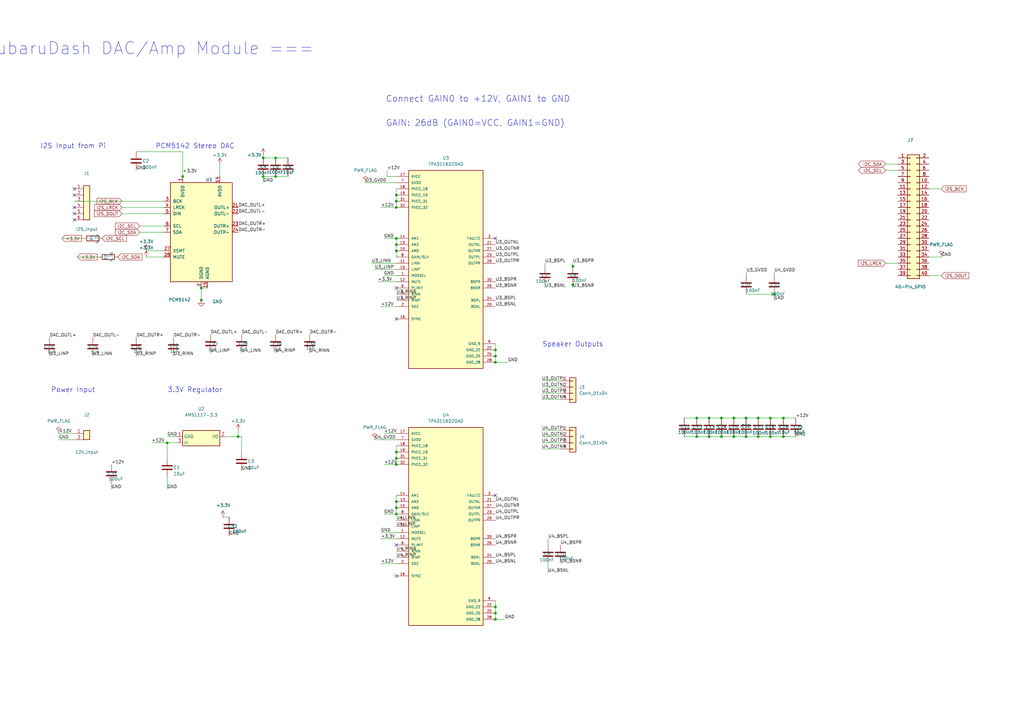
<source format=kicad_sch>
(kicad_sch (version 20250114) (generator "eeschema") (generator_version "9.0")
  (paper "A3")
  (title_block (title "SubaruDash DAC/Amp Module") (date "2026-02-02") (rev "1.0") (comment 1 "4×50W Class D Audio System") (comment 2 "PCM5142 DAC + 2× TPA3116D2 Amp"))
  (lib_symbols
    (symbol "Connector_Generic:Conn_01x02" (pin_names (offset 1.016) (hide yes))
      (property "Reference" "J" (at 0 2.54 0))
      (property "Value" "Conn_01x02" (at 0 -5.08 0))
      (symbol "Conn_01x02_1_1"
        (rectangle (start -1.27 1.27) (end 1.27 -2.54) (stroke (width 0.254)) (fill (type background)))
        (pin passive line (at -5.08 0 0) (length 3.81) (name "Pin_1") (number "1"))
        (pin passive line (at -5.08 -2.54 0) (length 3.81) (name "Pin_2") (number "2"))
      )
    )
    (symbol "Connector_Generic:Conn_01x04" (pin_names (offset 1.016) (hide yes))
      (property "Reference" "J" (at 0 5.08 0))
      (property "Value" "Conn_01x04" (at 0 -7.62 0))
      (symbol "Conn_01x04_1_1"
        (rectangle (start -1.27 3.81) (end 1.27 -6.35) (stroke (width 0.254)) (fill (type background)))
        (rectangle (start -1.27 2.667) (end 0 2.413) (stroke (width 0.1524)))
        (rectangle (start -1.27 0.127) (end 0 -0.127) (stroke (width 0.1524)))
        (rectangle (start -1.27 -2.413) (end 0 -2.667) (stroke (width 0.1524)))
        (rectangle (start -1.27 -4.953) (end 0 -5.207) (stroke (width 0.1524)))
        (pin passive line (at -5.08 2.54 0) (length 3.81) (name "Pin_1") (number "1"))
        (pin passive line (at -5.08 0 0) (length 3.81) (name "Pin_2") (number "2"))
        (pin passive line (at -5.08 -2.54 0) (length 3.81) (name "Pin_3") (number "3"))
        (pin passive line (at -5.08 -5.08 0) (length 3.81) (name "Pin_4") (number "4"))
      )
    )
    (symbol "Connector_Generic:Conn_01x06" (pin_names (offset 1.016) (hide yes))
      (property "Reference" "J" (at 0 7.62 0))
      (property "Value" "Conn_01x06" (at 0 -10.16 0))
      (symbol "Conn_01x06_1_1"
        (rectangle (start -1.27 6.35) (end 1.27 -7.62) (stroke (width 0.254)) (fill (type background)))
        (pin passive line (at -5.08 5.08 0) (length 3.81) (name "Pin_1") (number "1"))
        (pin passive line (at -5.08 2.54 0) (length 3.81) (name "Pin_2") (number "2"))
        (pin passive line (at -5.08 0 0) (length 3.81) (name "Pin_3") (number "3"))
        (pin passive line (at -5.08 -2.54 0) (length 3.81) (name "Pin_4") (number "4"))
        (pin passive line (at -5.08 -5.08 0) (length 3.81) (name "Pin_5") (number "5"))
        (pin passive line (at -5.08 -7.62 0) (length 3.81) (name "Pin_6") (number "6"))
      )
    )
    (symbol "Connector_Generic:Conn_02x20_Odd_Even" (pin_names (offset 1.016) (hide yes))
      (property "Reference" "J" (at 1.27 25.4 0))
      (property "Value" "Conn_02x20_Odd_Even" (at 1.27 -27.94 0))
      (symbol "Conn_02x20_Odd_Even_1_1"
        (rectangle (start -1.27 24.13) (end 3.81 -26.67) (stroke (width 0.254)) (fill (type background)))
        (rectangle (start -1.27 22.987) (end 0 22.733) (stroke (width 0.1524)))
        (rectangle (start -1.27 20.447) (end 0 20.193) (stroke (width 0.1524)))
        (rectangle (start -1.27 17.907) (end 0 17.653) (stroke (width 0.1524)))
        (rectangle (start -1.27 15.367) (end 0 15.113) (stroke (width 0.1524)))
        (rectangle (start -1.27 12.827) (end 0 12.573) (stroke (width 0.1524)))
        (rectangle (start -1.27 10.287) (end 0 10.033) (stroke (width 0.1524)))
        (rectangle (start -1.27 7.747) (end 0 7.493) (stroke (width 0.1524)))
        (rectangle (start -1.27 5.207) (end 0 4.953) (stroke (width 0.1524)))
        (rectangle (start -1.27 2.667) (end 0 2.413) (stroke (width 0.1524)))
        (rectangle (start -1.27 0.127) (end 0 -0.127) (stroke (width 0.1524)))
        (rectangle (start -1.27 -2.413) (end 0 -2.667) (stroke (width 0.1524)))
        (rectangle (start -1.27 -4.953) (end 0 -5.207) (stroke (width 0.1524)))
        (rectangle (start -1.27 -7.493) (end 0 -7.747) (stroke (width 0.1524)))
        (rectangle (start -1.27 -10.033) (end 0 -10.287) (stroke (width 0.1524)))
        (rectangle (start -1.27 -12.573) (end 0 -12.827) (stroke (width 0.1524)))
        (rectangle (start -1.27 -15.113) (end 0 -15.367) (stroke (width 0.1524)))
        (rectangle (start -1.27 -17.653) (end 0 -17.907) (stroke (width 0.1524)))
        (rectangle (start -1.27 -20.193) (end 0 -20.447) (stroke (width 0.1524)))
        (rectangle (start -1.27 -22.733) (end 0 -22.987) (stroke (width 0.1524)))
        (rectangle (start -1.27 -25.273) (end 0 -25.527) (stroke (width 0.1524)))
        (rectangle (start 3.81 22.987) (end 2.54 22.733) (stroke (width 0.1524)))
        (rectangle (start 3.81 20.447) (end 2.54 20.193) (stroke (width 0.1524)))
        (rectangle (start 3.81 17.907) (end 2.54 17.653) (stroke (width 0.1524)))
        (rectangle (start 3.81 15.367) (end 2.54 15.113) (stroke (width 0.1524)))
        (rectangle (start 3.81 12.827) (end 2.54 12.573) (stroke (width 0.1524)))
        (rectangle (start 3.81 10.287) (end 2.54 10.033) (stroke (width 0.1524)))
        (rectangle (start 3.81 7.747) (end 2.54 7.493) (stroke (width 0.1524)))
        (rectangle (start 3.81 5.207) (end 2.54 4.953) (stroke (width 0.1524)))
        (rectangle (start 3.81 2.667) (end 2.54 2.413) (stroke (width 0.1524)))
        (rectangle (start 3.81 0.127) (end 2.54 -0.127) (stroke (width 0.1524)))
        (rectangle (start 3.81 -2.413) (end 2.54 -2.667) (stroke (width 0.1524)))
        (rectangle (start 3.81 -4.953) (end 2.54 -5.207) (stroke (width 0.1524)))
        (rectangle (start 3.81 -7.493) (end 2.54 -7.747) (stroke (width 0.1524)))
        (rectangle (start 3.81 -10.033) (end 2.54 -10.287) (stroke (width 0.1524)))
        (rectangle (start 3.81 -12.573) (end 2.54 -12.827) (stroke (width 0.1524)))
        (rectangle (start 3.81 -15.113) (end 2.54 -15.367) (stroke (width 0.1524)))
        (rectangle (start 3.81 -17.653) (end 2.54 -17.907) (stroke (width 0.1524)))
        (rectangle (start 3.81 -20.193) (end 2.54 -20.447) (stroke (width 0.1524)))
        (rectangle (start 3.81 -22.733) (end 2.54 -22.987) (stroke (width 0.1524)))
        (rectangle (start 3.81 -25.273) (end 2.54 -25.527) (stroke (width 0.1524)))
        (pin passive line (at -5.08 22.86 0) (length 3.81) (name "Pin_1") (number "1"))
        (pin passive line (at -5.08 20.32 0) (length 3.81) (name "Pin_3") (number "3"))
        (pin passive line (at -5.08 17.78 0) (length 3.81) (name "Pin_5") (number "5"))
        (pin passive line (at -5.08 15.24 0) (length 3.81) (name "Pin_7") (number "7"))
        (pin passive line (at -5.08 12.7 0) (length 3.81) (name "Pin_9") (number "9"))
        (pin passive line (at -5.08 10.16 0) (length 3.81) (name "Pin_11") (number "11"))
        (pin passive line (at -5.08 7.62 0) (length 3.81) (name "Pin_13") (number "13"))
        (pin passive line (at -5.08 5.08 0) (length 3.81) (name "Pin_15") (number "15"))
        (pin passive line (at -5.08 2.54 0) (length 3.81) (name "Pin_17") (number "17"))
        (pin passive line (at -5.08 0 0) (length 3.81) (name "Pin_19") (number "19"))
        (pin passive line (at -5.08 -2.54 0) (length 3.81) (name "Pin_21") (number "21"))
        (pin passive line (at -5.08 -5.08 0) (length 3.81) (name "Pin_23") (number "23"))
        (pin passive line (at -5.08 -7.62 0) (length 3.81) (name "Pin_25") (number "25"))
        (pin passive line (at -5.08 -10.16 0) (length 3.81) (name "Pin_27") (number "27"))
        (pin passive line (at -5.08 -12.7 0) (length 3.81) (name "Pin_29") (number "29"))
        (pin passive line (at -5.08 -15.24 0) (length 3.81) (name "Pin_31") (number "31"))
        (pin passive line (at -5.08 -17.78 0) (length 3.81) (name "Pin_33") (number "33"))
        (pin passive line (at -5.08 -20.32 0) (length 3.81) (name "Pin_35") (number "35"))
        (pin passive line (at -5.08 -22.86 0) (length 3.81) (name "Pin_37") (number "37"))
        (pin passive line (at -5.08 -25.4 0) (length 3.81) (name "Pin_39") (number "39"))
        (pin passive line (at 7.62 22.86 180) (length 3.81) (name "Pin_2") (number "2"))
        (pin passive line (at 7.62 20.32 180) (length 3.81) (name "Pin_4") (number "4"))
        (pin passive line (at 7.62 17.78 180) (length 3.81) (name "Pin_6") (number "6"))
        (pin passive line (at 7.62 15.24 180) (length 3.81) (name "Pin_8") (number "8"))
        (pin passive line (at 7.62 12.7 180) (length 3.81) (name "Pin_10") (number "10"))
        (pin passive line (at 7.62 10.16 180) (length 3.81) (name "Pin_12") (number "12"))
        (pin passive line (at 7.62 7.62 180) (length 3.81) (name "Pin_14") (number "14"))
        (pin passive line (at 7.62 5.08 180) (length 3.81) (name "Pin_16") (number "16"))
        (pin passive line (at 7.62 2.54 180) (length 3.81) (name "Pin_18") (number "18"))
        (pin passive line (at 7.62 0 180) (length 3.81) (name "Pin_20") (number "20"))
        (pin passive line (at 7.62 -2.54 180) (length 3.81) (name "Pin_22") (number "22"))
        (pin passive line (at 7.62 -5.08 180) (length 3.81) (name "Pin_24") (number "24"))
        (pin passive line (at 7.62 -7.62 180) (length 3.81) (name "Pin_26") (number "26"))
        (pin passive line (at 7.62 -10.16 180) (length 3.81) (name "Pin_28") (number "28"))
        (pin passive line (at 7.62 -12.7 180) (length 3.81) (name "Pin_30") (number "30"))
        (pin passive line (at 7.62 -15.24 180) (length 3.81) (name "Pin_32") (number "32"))
        (pin passive line (at 7.62 -17.78 180) (length 3.81) (name "Pin_34") (number "34"))
        (pin passive line (at 7.62 -20.32 180) (length 3.81) (name "Pin_36") (number "36"))
        (pin passive line (at 7.62 -22.86 180) (length 3.81) (name "Pin_38") (number "38"))
        (pin passive line (at 7.62 -25.4 180) (length 3.81) (name "Pin_40") (number "40"))
      )
    )
    (symbol "Device:C" (pin_numbers (hide yes)) (pin_names (offset 0.254) (hide yes))
      (property "Reference" "C" (at 0.635 2.54 0))
      (property "Value" "C" (at 0.635 -2.54 0))
      (symbol "C_0_1"
        (polyline (pts (xy -2.032 0.762) (xy 2.032 0.762)) (stroke (width 0.508)))
        (polyline (pts (xy -2.032 -0.762) (xy 2.032 -0.762)) (stroke (width 0.508)))
      )
      (symbol "C_1_1"
        (pin passive line (at 0 3.81 270) (length 2.794) (name "~") (number "1"))
        (pin passive line (at 0 -3.81 90) (length 2.794) (name "~") (number "2"))
      )
    )
    (symbol "Device:L" (pin_numbers (hide yes)) (pin_names (offset 1.016) (hide yes))
      (property "Reference" "L" (at -1.016 0 90))
      (property "Value" "L" (at 1.524 0 90))
      (symbol "L_0_1"
        (arc (start 0 2.54) (mid 0.6323 1.905) (end 0 1.27))
        (arc (start 0 1.27) (mid 0.6323 0.635) (end 0 0))
        (arc (start 0 0) (mid 0.6323 -0.635) (end 0 -1.27))
        (arc (start 0 -1.27) (mid 0.6323 -1.905) (end 0 -2.54))
      )
      (symbol "L_1_1"
        (pin passive line (at 0 3.81 270) (length 1.27) (name "1") (number "1"))
        (pin passive line (at 0 -3.81 90) (length 1.27) (name "2") (number "2"))
      )
    )
    (symbol "Device:R" (pin_numbers (hide yes)) (pin_names (offset 0) (hide yes))
      (property "Reference" "R" (at 2.032 0 90))
      (property "Value" "R" (at 0 0 90))
      (symbol "R_0_1"
        (rectangle (start -1.016 -2.54) (end 1.016 2.54) (stroke (width 0.254)))
      )
      (symbol "R_1_1"
        (pin passive line (at 0 3.81 270) (length 1.27) (name "~") (number "1"))
        (pin passive line (at 0 -3.81 90) (length 1.27) (name "~") (number "2"))
      )
    )
    (symbol "Regulator_Linear:AMS1117-3.3"
      (property "Reference" "U" (at 0 5.08 0))
      (property "Value" "AMS1117-3.3" (at 0 2.54 0))
      (symbol "AMS1117-3.3_0_1"
        (rectangle (start -7.62 -5.08) (end 7.62 1.27) (stroke (width 0.254)) (fill (type background)))
      )
      (symbol "AMS1117-3.3_1_1"
        (pin power_in line (at -10.16 -1.27 0) (length 2.54) (name "GND") (number "1"))
        (pin power_in line (at -10.16 -3.81 0) (length 2.54) (name "VI") (number "3"))
        (pin power_out line (at 10.16 -1.27 180) (length 2.54) (name "VO") (number "2"))
      )
    )
    (symbol "TPA3116D2DAD:TPA3116D2DAD" (pin_names (offset 1.016))
      (property "Reference" "U" (at -15.24 41.64 0))
      (property "Value" "TPA3116D2DAD" (at -15.24 -44.64 0))
      (symbol "TPA3116D2DAD_0_0"
        (rectangle (start -15.24 -40.64) (end 15.24 40.64) (stroke (width 0.254)) (fill (type background)))
        (pin power_in line (at -20.32 38.1 0) (length 5.08) (name "AVCC") (number "17"))
        (pin power_in line (at -20.32 35.56 0) (length 5.08) (name "GVDD") (number "7"))
        (pin power_in line (at -20.32 33.02 0) (length 5.08) (name "PVCC_18") (number "18"))
        (pin power_in line (at -20.32 30.48 0) (length 5.08) (name "PVCC_19") (number "19"))
        (pin power_in line (at -20.32 27.94 0) (length 5.08) (name "PVCC_31") (number "31"))
        (pin power_in line (at -20.32 25.4 0) (length 5.08) (name "PVCC_32") (number "32"))
        (pin input line (at -20.32 12.7 0) (length 5.08) (name "AM1") (number "14"))
        (pin input line (at -20.32 10.16 0) (length 5.08) (name "AM2") (number "13"))
        (pin input line (at -20.32 7.62 0) (length 5.08) (name "AM0") (number "15"))
        (pin input line (at -20.32 5.08 0) (length 5.08) (name "GAIN/SLV") (number "8"))
        (pin input line (at -20.32 2.54 0) (length 5.08) (name "LINN") (number "11"))
        (pin input line (at -20.32 0 0) (length 5.08) (name "LINP") (number "10"))
        (pin input line (at -20.32 -2.54 0) (length 5.08) (name "MODSEL") (number "1"))
        (pin input line (at -20.32 -5.08 0) (length 5.08) (name "MUTE") (number "12"))
        (pin input line (at -20.32 -7.62 0) (length 5.08) (name "PLIMIT") (number "6"))
        (pin input line (at -20.32 -10.16 0) (length 5.08) (name "RINN") (number "5"))
        (pin input line (at -20.32 -12.7 0) (length 5.08) (name "RINP") (number "4"))
        (pin input line (at -20.32 -15.24 0) (length 5.08) (name "SDZ") (number "2"))
        (pin bidirectional line (at -20.32 -20.32 0) (length 5.08) (name "SYNC") (number "16"))
        (pin output line (at 20.32 12.7 180) (length 5.08) (name "FAULTZ") (number "3"))
        (pin output line (at 20.32 10.16 180) (length 5.08) (name "OUTNL") (number "21"))
        (pin output line (at 20.32 7.62 180) (length 5.08) (name "OUTNR") (number "27"))
        (pin output line (at 20.32 5.08 180) (length 5.08) (name "OUTPL") (number "23"))
        (pin output line (at 20.32 2.54 180) (length 5.08) (name "OUTPR") (number "29"))
        (pin passive line (at 20.32 -5.08 180) (length 5.08) (name "BSPR") (number "30"))
        (pin passive line (at 20.32 -7.62 180) (length 5.08) (name "BSNR") (number "26"))
        (pin passive line (at 20.32 -12.7 180) (length 5.08) (name "BSPL") (number "24"))
        (pin passive line (at 20.32 -15.24 180) (length 5.08) (name "BSNL") (number "20"))
        (pin power_in line (at 20.32 -30.48 180) (length 5.08) (name "GND_9") (number "9"))
        (pin power_in line (at 20.32 -33.02 180) (length 5.08) (name "GND_22") (number "22"))
        (pin power_in line (at 20.32 -35.56 180) (length 5.08) (name "GND_25") (number "25"))
        (pin power_in line (at 20.32 -38.1 180) (length 5.08) (name "GND_28") (number "28"))
      )
    )
    (symbol "custom:PCM5142" (pin_names (offset 1.016))
      (property "Reference" "U" (at 0 21.59 0))
      (property "Value" "PCM5142" (at 0 -21.59 0))
      (symbol "PCM5142_0_1"
        (rectangle (start -12.7 20.32) (end 12.7 -20.32) (stroke (width 0.254)) (fill (type background)))
      )
      (symbol "PCM5142_1_1"
        (pin input line (at -15.24 12.7 0) (length 2.54) (name "BCK") (number "3"))
        (pin input line (at -15.24 10.16 0) (length 2.54) (name "LRCK") (number "4"))
        (pin input line (at -15.24 7.62 0) (length 2.54) (name "DIN") (number "5"))
        (pin input line (at -15.24 2.54 0) (length 2.54) (name "SCL") (number "6"))
        (pin bidirectional line (at -15.24 0 0) (length 2.54) (name "SDA") (number "7"))
        (pin input line (at -15.24 -7.62 0) (length 2.54) (name "XSMT") (number "27"))
        (pin input line (at -15.24 -10.16 0) (length 2.54) (name "MUTE") (number "28"))
        (pin power_in line (at -7.62 22.86 270) (length 2.54) (name "DVDD") (number "1"))
        (pin power_in line (at 0 -22.86 90) (length 2.54) (name "DGND") (number "2"))
        (pin power_in line (at 2.54 -22.86 90) (length 2.54) (name "AGND") (number "15"))
        (pin power_in line (at 7.62 22.86 270) (length 2.54) (name "AVDD") (number "14"))
        (pin output line (at 15.24 10.16 180) (length 2.54) (name "OUTL+") (number "21"))
        (pin output line (at 15.24 7.62 180) (length 2.54) (name "OUTL-") (number "22"))
        (pin output line (at 15.24 2.54 180) (length 2.54) (name "OUTR+") (number "23"))
        (pin output line (at 15.24 0 180) (length 2.54) (name "OUTR-") (number "24"))
      )
    )
    (symbol "power:+3.3V" (power) (pin_numbers (hide yes)) (pin_names (offset 0) (hide yes))
      (property "Value" "+3.3V" (at 0 3.556 0))
      (symbol "+3.3V_0_1"
        (polyline (pts (xy -0.762 1.27) (xy 0 2.54)))
        (polyline (pts (xy 0 2.54) (xy 0.762 1.27)))
        (polyline (pts (xy 0 0) (xy 0 2.54)))
      )
      (symbol "+3.3V_1_1"
        (pin power_in line (at 0 0 90) (length 0) (name "+3.3V") (number "1"))
      )
    )
    (symbol "power:GND" (power) (pin_numbers (hide yes)) (pin_names (offset 0) (hide yes))
      (property "Value" "GND" (at 0 -3.81 0))
      (symbol "GND_0_1"
        (polyline (pts (xy 0 0) (xy 0 -1.27) (xy 1.27 -1.27) (xy 0 -2.54) (xy -1.27 -1.27) (xy 0 -1.27)))
      )
      (symbol "GND_1_1"
        (pin power_in line (at 0 0 270) (length 0) (name "GND") (number "1"))
      )
    )
    (symbol "power:NC" (pin_numbers (hide yes)) (exclude_from_sim yes) (in_bom no) (on_board no)
      (symbol "NC_0_0"
        (polyline (pts (xy -0.635 0.635) (xy 0.635 -0.635)) (stroke (width 0.1524)))
        (polyline (pts (xy -0.635 -0.635) (xy 0.635 0.635)) (stroke (width 0.1524)))
      )
      (symbol "NC_1_1"
        (pin passive line (at 0 0 0) (length 0) (hide yes) (name "NC") (number "1"))
      )
    )
    (symbol "power:PWR_FLAG" (power) (pin_numbers (hide yes)) (pin_names (offset 0) (hide yes))
      (property "Value" "PWR_FLAG" (at 0 3.81 0))
      (symbol "PWR_FLAG_0_0"
        (pin power_out line (at 0 0 90) (length 0) (name "~") (number "1"))
      )
      (symbol "PWR_FLAG_0_1"
        (polyline (pts (xy 0 0) (xy 0 1.27) (xy -1.016 1.905) (xy 0 2.54) (xy 1.016 1.905) (xy 0 1.27)))
      )
    )
  )
  (text "=== SubaruDash DAC/Amp Module ===" (at 50 20 0) (effects (font (size 5 5))))
  (text "3.3V Regulator" (at 80 160 0) (effects (font (size 2 2))))
  (text "I2S Input from Pi" (at 30 60 0) (effects (font (size 2 2))))
  (text "GAIN: 26dB (GAIN0=VCC, GAIN1=GND)" (at 158.242 52.07 0) (effects (font (size 2.54 2.54)) (justify left bottom)))
  (text "PCM5142 Stereo DAC" (at 80 60 0) (effects (font (size 2 2))))
  (text "Speaker Outputs" (at 234.95 141.28 0) (effects (font (size 2 2))))
  (text "Power Input" (at 30 160 0) (effects (font (size 2 2))))
  (text "Connect GAIN0 to +12V, GAIN1 to GND" (at 158.242 42.164 0) (effects (font (size 2.54 2.54)) (justify left bottom)))
  (junction (at 317.5 120.65))
  (junction (at 285.75 171.45))
  (junction (at 203.2 251.46))
  (junction (at 162.56 102.87))
  (junction (at 113.03 72.39))
  (junction (at 290.83 171.45))
  (junction (at 162.56 85.09))
  (junction (at 321.31 179.07))
  (junction (at 305.99 179.07))
  (junction (at 315.99 171.45))
  (junction (at 305.99 171.45))
  (junction (at 107.95 72.39))
  (junction (at 82.55 118.11))
  (junction (at 113.03 64.77))
  (junction (at 162.56 97.79))
  (junction (at 290.83 179.07))
  (junction (at 82.55 123.11))
  (junction (at 295.91 171.45))
  (junction (at 162.56 185.42))
  (junction (at 68.58 181.61))
  (junction (at 300.99 171.45))
  (junction (at 74.93 72.39))
  (junction (at 315.99 179.07))
  (junction (at 203.2 143.51))
  (junction (at 285.75 179.07))
  (junction (at 162.56 190.5))
  (junction (at 203.2 146.05))
  (junction (at 107.95 64.77))
  (junction (at 97.71 179.07))
  (junction (at 234.95 109.22))
  (junction (at 162.56 100.33))
  (junction (at 321.31 171.45))
  (junction (at 162.56 210.82))
  (junction (at 162.56 80.01))
  (junction (at 203.2 148.59))
  (junction (at 162.56 187.96))
  (junction (at 162.56 208.28))
  (junction (at 310.99 179.07))
  (junction (at 162.56 82.55))
  (junction (at 234.95 116.84))
  (junction (at 162.56 205.74))
  (junction (at 310.99 171.45))
  (junction (at 203.2 254))
  (junction (at 295.91 179.07))
  (junction (at 300.99 179.07))
  (junction (at 203.2 248.92))
  (no_connect (at 162.56 223.52))
  (no_connect (at 30.48 77.47))
  (no_connect (at 30.48 90.17))
  (no_connect (at 30.48 87.63))
  (no_connect (at 30.48 85.09))
  (no_connect (at 162.56 118.11))
  (no_connect (at 30.48 80.01))
  (no_connect (at 203.2 97.79))
  (no_connect (at 162.56 236.22))
  (no_connect (at 203.2 203.2))
  (no_connect (at 162.56 130.81))
  (wire (pts (xy 223.52 107.95) (xy 223.52 109.22)))
  (wire (pts (xy 310.99 171.45) (xy 315.99 171.45)))
  (wire (pts (xy 25.4 97.79) (xy 34.29 97.79)))
  (wire (pts (xy 157.48 97.79) (xy 162.56 97.79)))
  (wire (pts (xy 280.67 171.45) (xy 285.75 171.45)))
  (wire (pts (xy 234.95 107.95) (xy 234.95 109.22)))
  (wire (pts (xy 317.5 120.65) (xy 317.53 120.65)))
  (wire (pts (xy 67.31 92.71) (xy 57.31 92.71)))
  (wire (pts (xy 162.56 97.79) (xy 162.56 100.33)))
  (wire (pts (xy 381 113.03) (xy 386.08 113.03)))
  (wire (pts (xy 203.2 246.38) (xy 203.2 248.92)))
  (wire (pts (xy 68.58 200.66) (xy 68.58 195.58)))
  (wire (pts (xy 162.56 205.74) (xy 162.56 208.28)))
  (wire (pts (xy 203.2 248.92) (xy 203.2 251.46)))
  (wire (pts (xy 306.07 120.65) (xy 317.5 120.65)))
  (wire (pts (xy 162.56 82.55) (xy 162.56 85.09)))
  (wire (pts (xy 99.06 185.42) (xy 99.06 179.07)))
  (wire (pts (xy 31.75 105.41) (xy 40.64 105.41)))
  (wire (pts (xy 74.93 72.39) (xy 74.93 73.66)))
  (wire (pts (xy 156.21 231.14) (xy 162.56 231.14)))
  (wire (pts (xy 315.99 171.45) (xy 321.31 171.45)))
  (wire (pts (xy 317.53 111.76) (xy 317.53 113.03)))
  (wire (pts (xy 162.56 185.42) (xy 162.56 187.96)))
  (wire (pts (xy 224.79 234.95) (xy 224.79 231.14)))
  (wire (pts (xy 234.95 109.22) (xy 235.03 109.22)))
  (wire (pts (xy 235.03 116.84) (xy 234.95 116.84)))
  (wire (pts (xy 162.56 187.96) (xy 162.56 190.5)))
  (wire (pts (xy 295.91 179.07) (xy 300.99 179.07)))
  (wire (pts (xy 222.25 179.07) (xy 229.87 179.07)))
  (wire (pts (xy 158.75 72.39) (xy 162.56 72.39)))
  (wire (pts (xy 107.95 64.77) (xy 113.03 64.77)))
  (wire (pts (xy 234.95 116.84) (xy 234.95 118.11)))
  (wire (pts (xy 62.23 181.61) (xy 68.58 181.61)))
  (wire (pts (xy 153.67 180.34) (xy 162.56 180.34)))
  (wire (pts (xy 107.95 63.5) (xy 107.95 64.77)))
  (wire (pts (xy 315.99 179.07) (xy 321.31 179.07)))
  (wire (pts (xy 149.86 74.93) (xy 162.56 74.93)))
  (wire (pts (xy 290.83 171.45) (xy 295.91 171.45)))
  (wire (pts (xy 82.55 118.11) (xy 85.09 118.11)))
  (wire (pts (xy 381 77.47) (xy 386.08 77.47)))
  (wire (pts (xy 203.2 146.05) (xy 203.2 148.59)))
  (wire (pts (xy 156.21 85.09) (xy 162.56 85.09)))
  (wire (pts (xy 363.22 107.95) (xy 368.3 107.95)))
  (wire (pts (xy 222.25 158.75) (xy 229.87 158.75)))
  (wire (pts (xy 162.56 102.87) (xy 162.56 105.41)))
  (wire (pts (xy 113.03 72.39) (xy 118.11 72.39)))
  (wire (pts (xy 30.48 82.55) (xy 67.31 82.55)))
  (wire (pts (xy 280.67 179.07) (xy 285.75 179.07)))
  (wire (pts (xy 92.71 179.07) (xy 97.71 179.07)))
  (wire (pts (xy 162.56 100.33) (xy 162.56 102.87)))
  (wire (pts (xy 67.31 95.25) (xy 57.31 95.25)))
  (wire (pts (xy 162.56 80.01) (xy 162.56 82.55)))
  (wire (pts (xy 285.75 171.45) (xy 290.83 171.45)))
  (wire (pts (xy 317.5 123.19) (xy 317.5 120.65)))
  (wire (pts (xy 158.75 69.85) (xy 158.75 72.39)))
  (wire (pts (xy 368.3 69.85) (xy 363.22 69.85)))
  (wire (pts (xy 68.58 181.61) (xy 72.39 181.61)))
  (wire (pts (xy 162.56 182.88) (xy 162.56 185.42)))
  (wire (pts (xy 157.48 177.8) (xy 162.56 177.8)))
  (wire (pts (xy 24.13 180.34) (xy 30.48 180.34)))
  (wire (pts (xy 285.75 179.07) (xy 290.83 179.07)))
  (wire (pts (xy 107.95 72.39) (xy 113.03 72.39)))
  (wire (pts (xy 300.99 179.07) (xy 305.99 179.07)))
  (wire (pts (xy 321.31 171.45) (xy 326.39 171.45)))
  (wire (pts (xy 156.21 218.44) (xy 162.56 218.44)))
  (wire (pts (xy 321.31 179.07) (xy 326.39 179.07)))
  (wire (pts (xy 300.99 171.45) (xy 305.99 171.45)))
  (wire (pts (xy 203.2 140.97) (xy 203.2 143.51)))
  (wire (pts (xy 381 105.41) (xy 386.08 105.41)))
  (wire (pts (xy 157.48 190.5) (xy 162.56 190.5)))
  (wire (pts (xy 97.71 176.53) (xy 97.71 179.07)))
  (wire (pts (xy 152.4 107.95) (xy 162.56 107.95)))
  (wire (pts (xy 68.58 187.96) (xy 68.58 181.61)))
  (wire (pts (xy 203.2 148.59) (xy 208.28 148.59)))
  (wire (pts (xy 305.99 179.07) (xy 310.99 179.07)))
  (wire (pts (xy 82.55 123.11) (xy 82.55 123.19)))
  (wire (pts (xy 162.56 77.47) (xy 162.56 80.01)))
  (wire (pts (xy 45.72 198.12) (xy 45.72 200.66)))
  (wire (pts (xy 203.2 143.51) (xy 203.2 146.05)))
  (wire (pts (xy 24.13 177.8) (xy 30.48 177.8)))
  (wire (pts (xy 74.93 62.23) (xy 55.88 62.23)))
  (wire (pts (xy 222.25 184.15) (xy 229.87 184.15)))
  (wire (pts (xy 157.48 113.03) (xy 162.56 113.03)))
  (wire (pts (xy 162.56 208.28) (xy 162.56 210.82)))
  (wire (pts (xy 222.25 161.29) (xy 229.87 161.29)))
  (wire (pts (xy 156.21 220.98) (xy 162.56 220.98)))
  (wire (pts (xy 222.25 163.83) (xy 229.87 163.83)))
  (wire (pts (xy 310.99 179.07) (xy 315.99 179.07)))
  (wire (pts (xy 224.79 220.98) (xy 224.79 223.52)))
  (wire (pts (xy 222.25 176.53) (xy 229.87 176.53)))
  (wire (pts (xy 203.2 251.46) (xy 203.2 254)))
  (wire (pts (xy 156.21 125.73) (xy 162.56 125.73)))
  (wire (pts (xy 50 85.09) (xy 67.31 85.09)))
  (wire (pts (xy 68.58 179.07) (xy 72.39 179.07)))
  (wire (pts (xy 223.52 118.11) (xy 223.52 116.84)))
  (wire (pts (xy 91.44 212.09) (xy 93.98 212.09)))
  (wire (pts (xy 107.95 72.39) (xy 107.95 74.93)))
  (wire (pts (xy 90.17 72.39) (xy 90.17 67.39)))
  (wire (pts (xy 154.94 115.57) (xy 162.56 115.57)))
  (wire (pts (xy 113.03 64.77) (xy 118.11 64.77)))
  (wire (pts (xy 99.06 179.07) (xy 97.71 179.07)))
  (wire (pts (xy 50 87.63) (xy 67.31 87.63)))
  (wire (pts (xy 60 102.87) (xy 67.31 102.87)))
  (wire (pts (xy 203.2 254) (xy 207.01 254)))
  (wire (pts (xy 295.91 171.45) (xy 300.99 171.45)))
  (wire (pts (xy 222.25 181.61) (xy 229.87 181.61)))
  (wire (pts (xy 306.07 111.76) (xy 306.07 113.03)))
  (wire (pts (xy 74.93 72.39) (xy 74.93 62.23)))
  (wire (pts (xy 222.25 156.21) (xy 229.87 156.21)))
  (wire (pts (xy 305.99 171.45) (xy 310.99 171.45)))
  (wire (pts (xy 153.67 110.49) (xy 162.56 110.49)))
  (wire (pts (xy 82.55 118.11) (xy 82.55 123.11)))
  (wire (pts (xy 290.83 179.07) (xy 295.91 179.07)))
  (wire (pts (xy 363.22 67.31) (xy 368.3 67.31)))
  (wire (pts (xy 162.56 203.2) (xy 162.56 205.74)))
  (wire (pts (xy 60 105.41) (xy 67.31 105.41)))
  (wire (pts (xy 157.48 210.82) (xy 162.56 210.82)))
  (label "U3_GVDD" (at 306.07 111.76 0))
  (label "U3_RINN" (at 71.12 146.05 0))
  (label "GND" (at 45.72 200.66 0))
  (label "U4_BSPR" (at 203.2 220.98 0))
  (label "U4_BSNL" (at 224.79 234.95 0))
  (label "DAC_OUTL+" (at 97.79 85.09 0))
  (label "U4_RINN" (at 127 144.78 0))
  (label "+12V" (at 156.21 125.73 0))
  (label "U4_BSNR" (at 229.87 231.14 0))
  (label "GND" (at 93.98 219.71 0))
  (label "DAC_OUTR-" (at 71.12 138.43 0))
  (label "U4_GVDD" (at 153.67 180.34 0))
  (label "GND" (at 157.48 113.03 0))
  (label "GND" (at 68.58 179.07 0))
  (label "U3_OUTPR" (at 203.2 107.95 0))
  (label "U4_GVDD" (at 317.53 111.76 0))
  (label "U4_LINP" (at 162.56 215.9 0))
  (label "DAC_OUTL+" (at 20.32 138.43 0))
  (label "U3_LINN" (at 38.1 146.05 0))
  (label "U3_OUTPL" (at 222.25 156.21 0))
  (label "U3_RINN" (at 162.56 120.65 0))
  (label "GND" (at 326.39 179.07 0))
  (label "U4_LINN" (at 99.06 144.78 0))
  (label "U3_LINP" (at 20.32 146.05 0))
  (label "U3_OUTNR" (at 222.25 163.83 0))
  (label "U4_LINN" (at 162.56 213.36 0))
  (label "+12V" (at 157.48 190.5 0))
  (label "U4_BSPR" (at 229.87 223.52 0))
  (label "DAC_OUTR+" (at 97.79 92.71 0))
  (label "DAC_OUTL+" (at 86.36 137.16 0))
  (label "U3_BSPR" (at 234.95 107.95 0))
  (label "+3.3V" (at 156.21 220.98 0))
  (label "U4_OUTPL" (at 222.25 176.53 0))
  (label "GND" (at 156.21 218.44 0))
  (label "U3_BSPR" (at 203.2 115.57 0))
  (label "U4_RINN" (at 162.56 226.06 0))
  (label "GND" (at 107.95 74.93 0))
  (label "+3.3V" (at 74.93 71.12 0))
  (label "+12V" (at 45.72 190.5 0))
  (label "U4_OUTPR" (at 222.25 181.61 0))
  (label "GND" (at 208.28 148.59 0))
  (label "U4_BSNL" (at 203.2 231.14 0))
  (label "U3_LINN" (at 152.4 107.95 0))
  (label "U4_OUTNL" (at 203.2 205.74 0))
  (label "DAC_OUTR+" (at 55.88 138.43 0))
  (label "U3_BSPL" (at 223.52 107.95 0))
  (label "U3_RINP" (at 55.88 146.05 0))
  (label "GND" (at 157.48 210.82 0))
  (label "U4_LINP" (at 86.36 144.78 0))
  (label "U3_BSNL" (at 203.2 125.73 0))
  (label "U4_OUTNR" (at 203.2 208.28 0))
  (label "+12V" (at 156.21 85.09 0))
  (label "DAC_OUTR+" (at 113.03 137.16 0))
  (label "+3.3V" (at 154.94 115.57 0))
  (label "GND" (at 157.48 97.79 0))
  (label "U3_BSPL" (at 203.2 123.19 0))
  (label "U3_BSNR" (at 234.95 118.11 0))
  (label "GND" (at 68.58 200.66 0))
  (label "+12V" (at 24.13 177.8 0))
  (label "U4_OUTNR" (at 222.25 184.15 0))
  (label "+12V" (at 157.48 177.8 0))
  (label "GND" (at 24.13 180.34 0))
  (label "GND" (at 55.88 69.85 0))
  (label "DAC_OUTL-" (at 97.79 87.63 0))
  (label "U4_OUTNL" (at 222.25 179.07 0))
  (label "U3_BSNL" (at 223.52 118.11 0))
  (label "U4_RINP" (at 113.03 144.78 0))
  (label "U3_BSNR" (at 203.2 118.11 0))
  (label "U4_BSPL" (at 224.79 220.98 0))
  (label "+12V" (at 158.75 69.85 0))
  (label "GND" (at 386.08 105.41 0))
  (label "DAC_OUTL-" (at 38.1 138.43 0))
  (label "U4_BSNR" (at 203.2 223.52 0))
  (label "U4_BSPL" (at 203.2 228.6 0))
  (label "U3_OUTPR" (at 222.25 161.29 0))
  (label "DAC_OUTR-" (at 127 137.16 0))
  (label "GND" (at 317.5 123.19 0))
  (label "U4_RINP" (at 162.56 228.6 0))
  (label "U3_LINP" (at 153.67 110.49 0))
  (label "U4_OUTPR" (at 203.2 213.36 0))
  (label "U3_OUTPL" (at 203.2 105.41 0))
  (label "GND" (at 207.01 254 0))
  (label "+12V" (at 62.23 181.61 0))
  (label "U4_OUTPL" (at 203.2 210.82 0))
  (label "+12V" (at 156.21 231.14 0))
  (label "DAC_OUTR-" (at 97.79 95.25 0))
  (label "GND" (at 99.06 193.04 0))
  (label "U3_OUTNL" (at 222.25 158.75 0))
  (label "+12V" (at 326.39 171.45 0))
  (label "U3_OUTNL" (at 203.2 100.33 0))
  (label "U3_RINP" (at 162.56 123.19 0))
  (label "U3_OUTNR" (at 203.2 102.87 0))
  (label "DAC_OUTL-" (at 99.06 137.16 0))
  (label "U3_GVDD" (at 149.86 74.93 0))
  (global_label "I2S_LRCK" (shape input) (at 363.22 107.95 180) (property "Intersheetrefs" "${INTERSHEET_REFS}" (effects (hide yes))))
  (global_label "I2C_SDA" (shape input) (at 48.26 105.41 0) (property "Intersheetrefs" "${INTERSHEET_REFS}" (effects (hide yes))))
  (global_label "I2C_SCL" (shape input) (at 41.91 97.79 0) (property "Intersheetrefs" "${INTERSHEET_REFS}" (effects (hide yes))))
  (global_label "I2C_SDA" (shape input) (at 57.31 95.25 180) (property "Intersheetrefs" "${INTERSHEET_REFS}" (effects (hide yes))))
  (global_label "I2S_DOUT" (shape input) (at 386.08 113.03 0) (property "Intersheetrefs" "${INTERSHEET_REFS}" (effects (hide yes))))
  (global_label "I2S_BCK" (shape input) (at 386.08 77.47 0) (property "Intersheetrefs" "${INTERSHEET_REFS}" (effects (hide yes))))
  (global_label "+3.3V" (shape input) (at 25.4 97.79 0) (property "Intersheetrefs" "${INTERSHEET_REFS}" (effects (hide yes))))
  (global_label "I2C_SCL" (shape bidirectional) (at 363.22 69.85 180) (property "Intersheetrefs" "${INTERSHEET_REFS}" (effects (hide yes))))
  (global_label "I2S_BCK" (shape input) (at 50 82.55 180) (property "Intersheetrefs" "${INTERSHEET_REFS}" (effects (hide yes))))
  (global_label "I2S_LRCK" (shape input) (at 50 85.09 180) (property "Intersheetrefs" "${INTERSHEET_REFS}" (effects (hide yes))))
  (global_label "+3.3V" (shape input) (at 31.75 105.41 0) (property "Intersheetrefs" "${INTERSHEET_REFS}" (effects (hide yes))))
  (global_label "I2S_DOUT" (shape input) (at 50 87.63 180) (property "Intersheetrefs" "${INTERSHEET_REFS}" (effects (hide yes))))
  (global_label "I2C_SCL" (shape input) (at 57.31 92.71 180) (property "Intersheetrefs" "${INTERSHEET_REFS}" (effects (hide yes))))
  (global_label "I2C_SDA" (shape bidirectional) (at 363.22 67.31 180) (property "Intersheetrefs" "${INTERSHEET_REFS}" (effects (hide yes))))
  (symbol (lib_id "TPA3116D2DAD:TPA3116D2DAD") (at 182.88 110.49 0) (unit 1)
    (property "Reference" "U3" (at 182.88 64.77 0))
    (property "Value" "TPA3116D2DAD" (at 182.88 67.31 0))
    (property "Footprint" "Package_SO:Texas_DAD0032A_HTSSOP-32_6.1x11mm_P0.65mm_TopEP3.71x3.81mm" (effects (hide yes)))
    (property "DigiKey_Part_Number" "296-30433-5-ND" (effects (hide yes)))
    (property "SnapEDA_Link" "https://www.snapeda.com/parts/TPA3116D2DAD/Texas+Instruments/view-part/?ref=snap" (effects (hide yes)))
    (property "Description_1" "50-W stereo, 100-W mono, 4.5- to 26-V supply, analog input Class-D audio amplifier w/ SpeakerGuard™" (effects (hide yes)))
    (property "Package" "HTSSOP-32 Texas Instruments" (effects (hide yes)))
    (property "Check_prices" "https://www.snapeda.com/parts/TPA3116D2DAD/Texas+Instruments/view-part/?ref=eda" (effects (hide yes)))
    (property "MAXIMUM_PACKAGE_HIEGHT" "1.15mm" (effects (hide yes)))
    (property "STANDARD" "IPC7351B" (effects (hide yes)))
    (property "PARTREV" "G" (effects (hide yes)))
    (property "MF" "Texas Instruments" (effects (hide yes)))
    (property "MP" "TPA3116D2DAD" (effects (hide yes)))
    (property "MANUFACTURER" "Texas Instruments" (effects (hide yes)))
  )
  (symbol (lib_id "Device:C") (at 234.95 113.03 0) (unit 1)
    (property "Reference" "C8" (at 233.76 112.776 0) (effects (justify left)))
    (property "Value" "100nF" (at 234.776 115.062 0) (effects (justify left)))
    (property "Footprint" "Capacitor_SMD:C_0805_2012Metric" (effects (hide yes)))
  )
  (symbol (lib_id "Device:C") (at 71.12 142.24 0) (unit 1)
    (property "Reference" "C26" (at 69.342 141.732 0) (effects (justify left)))
    (property "Value" "1uF" (at 69.596 144.018 0) (effects (justify left)))
    (property "Footprint" "Capacitor_SMD:C_0805_2012Metric" (effects (hide yes)))
  )
  (symbol (lib_id "Device:C") (at 300.99 175.26 0) (unit 1)
    (property "Reference" "C15" (at 298.878 175.26 0) (effects (justify left)))
    (property "Value" "100nF" (at 297.862 177.292 0) (effects (justify left)))
    (property "Footprint" "Capacitor_SMD:C_0805_2012Metric" (effects (hide yes)))
  )
  (symbol (lib_id "Device:C") (at 285.75 175.26 0) (unit 1)
    (property "Reference" "C12" (at 284.226 175.26 0) (effects (justify left)))
    (property "Value" "100nF" (at 283.464 177.292 0) (effects (justify left)))
    (property "Footprint" "Capacitor_SMD:C_0805_2012Metric" (effects (hide yes)))
  )
  (symbol (lib_id "Device:C") (at 45.72 194.31 0) (unit 1)
    (property "Reference" "C31" (at 44.234 194.382 0) (effects (justify left)))
    (property "Value" "100uF" (at 44.488 196.414 0) (effects (justify left)))
    (property "Footprint" "Capacitor_THT:CP_Radial_D8.0mm_P3.50mm" (effects (hide yes)))
  )
  (symbol (lib_id "Device:C") (at 295.91 175.26 0) (unit 1)
    (property "Reference" "C14" (at 294.132 175.006 0) (effects (justify left)))
    (property "Value" "100nF" (at 293.116 177.292 0) (effects (justify left)))
    (property "Footprint" "Capacitor_SMD:C_0805_2012Metric" (effects (hide yes)))
  )
  (symbol (lib_id "Device:C") (at 127 140.97 0) (unit 1)
    (property "Reference" "C30" (at 125.73 141.224 0) (effects (justify left)))
    (property "Value" "1uF" (at 125.476 142.748 0) (effects (justify left)))
    (property "Footprint" "Capacitor_SMD:C_0805_2012Metric" (effects (hide yes)))
  )
  (symbol (lib_id "Device:C") (at 229.87 227.33 0) (unit 1)
    (property "Reference" "C10" (at 228.426 227.33 0) (effects (justify left)))
    (property "Value" "100nF" (at 229.188 229.108 0) (effects (justify left)))
    (property "Footprint" "Capacitor_SMD:C_0805_2012Metric" (effects (hide yes)))
  )
  (symbol (lib_id "Device:C") (at 113.03 140.97 0) (unit 1)
    (property "Reference" "C29" (at 111.76 141.224 0) (effects (justify left)))
    (property "Value" "1uF" (at 111.76 143.256 0) (effects (justify left)))
    (property "Footprint" "Capacitor_SMD:C_0805_2012Metric" (effects (hide yes)))
  )
  (symbol (lib_id "Device:C") (at 68.58 191.77 0) (unit 1)
    (property "Reference" "C1" (at 71.12 191.77 0) (effects (justify left)))
    (property "Value" "10uF" (at 71.12 194.31 0) (effects (justify left)))
    (property "Footprint" "Capacitor_SMD:C_0805_2012Metric" (effects (hide yes)))
  )
  (symbol (lib_id "Device:C") (at 224.79 227.33 0) (unit 1)
    (property "Reference" "C9" (at 223.012 227.076 0) (effects (justify left)))
    (property "Value" "100nF" (at 221.234 229.616 0) (effects (justify left)))
    (property "Footprint" "Capacitor_SMD:C_0805_2012Metric" (effects (hide yes)))
  )
  (symbol (lib_id "Device:C") (at 305.99 175.26 0) (unit 1)
    (property "Reference" "C16" (at 303.958 174.752 0) (effects (justify left)))
    (property "Value" "100nF" (at 302.688 177.292 0) (effects (justify left)))
    (property "Footprint" "Capacitor_SMD:C_0805_2012Metric" (effects (hide yes)))
  )
  (symbol (lib_id "power:+3.3V") (at 90.17 67.39 0) (unit 1)
    (property "Reference" "#836f01" (effects (hide yes)))
    (property "Value" "+3.3V" (at 90.17 63.58 0))
  )
  (symbol (lib_id "Device:C") (at 321.31 175.26 0) (unit 1)
    (property "Reference" "C19" (at 319.532 175.006 0) (effects (justify left)))
    (property "Value" "10uF" (at 319.278 177.292 0) (effects (justify left)))
    (property "Footprint" "Capacitor_SMD:C_1206_3216Metric" (effects (hide yes)))
  )
  (symbol (lib_id "Device:C") (at 118.11 68.58 0) (unit 1)
    (property "Reference" "C6" (at 116.9718 68.5744 0) (effects (justify left)))
    (property "Value" "10uF" (at 115.9558 70.6064 0) (effects (justify left)))
    (property "Footprint" "Capacitor_SMD:C_0805_2012Metric" (effects (hide yes)))
  )
  (symbol (lib_id "Device:C") (at 93.98 215.9 0) (unit 1)
    (property "Reference" "C32" (at 93.472 215.9 0) (effects (justify left)))
    (property "Value" "100nF" (at 95.25 217.932 0) (effects (justify left)))
    (property "Footprint" "Capacitor_SMD:C_0805_2012Metric" (effects (hide yes)))
  )
  (symbol (lib_id "power:+3.3V") (at 107.95 63.5 0) (unit 1)
    (property "Reference" "#33V63a8" (effects (hide yes)))
    (property "Value" "+3.3V" (at 104.336 63.524 0))
  )
  (symbol (lib_id "Device:C") (at 107.95 68.58 0) (unit 1)
    (property "Reference" "C4" (at 106.6518 68.3204 0) (effects (justify left)))
    (property "Value" "100nF" (at 104.6198 70.8604 0) (effects (justify left)))
    (property "Footprint" "Capacitor_SMD:C_0805_2012Metric" (effects (hide yes)))
  )
  (symbol (lib_id "Device:C") (at 86.36 140.97 0) (unit 1)
    (property "Reference" "C27" (at 85.598 141.224 0) (effects (justify left)))
    (property "Value" "1uF" (at 85.344 143.256 0) (effects (justify left)))
    (property "Footprint" "Capacitor_SMD:C_0805_2012Metric" (effects (hide yes)))
  )
  (symbol (lib_id "custom:PCM5142") (at 82.55 95.25 0) (unit 1)
    (property "Reference" "U1" (at 85.852 73.66 0))
    (property "Value" "PCM5142" (at 73.66 122.936 0))
    (property "Footprint" "Package_QFP:TQFP-32_7x7mm_P0.8mm" (effects (hide yes)))
    (property "Datasheet" "https://www.ti.com/lit/ds/symlink/pcm5142.pdf" (effects (hide yes)))
  )
  (symbol (lib_id "Connector_Generic:Conn_01x04") (at 234.95 179.07 0) (unit 1)
    (property "Reference" "J4" (at 237.49 179.0699 0) (effects (justify left)))
    (property "Value" "Conn_01x04" (at 237.49 181.6099 0) (effects (justify left)))
    (property "Footprint" "TerminalBlock_Phoenix:TerminalBlock_Phoenix_PT-1,5-4-3.5-H_1x04_P3.50mm_Horizontal" (effects (hide yes)))
    (property "Description" "Generic connector, single row, 01x04, script generated (kicad-library-utils/schlib/autogen/connector/)" (effects (hide yes)))
  )
  (symbol (lib_id "power:PWR_FLAG") (at 149.86 74.93 0) (unit 1)
    (property "Reference" "#FLG01" (effects (hide yes)))
    (property "Value" "PWR_FLAG" (at 149.86 69.85 0))
    (property "Description" "Special symbol for telling ERC where power comes from" (effects (hide yes)))
  )
  (symbol (lib_id "Device:C") (at 223.52 113.03 0) (unit 1)
    (property "Reference" "C7" (at 221.996 113.03 0) (effects (justify left)))
    (property "Value" "100nF" (at 219.71 115.316 0) (effects (justify left)))
    (property "Footprint" "Capacitor_SMD:C_0805_2012Metric" (effects (hide yes)))
  )
  (symbol (lib_id "Device:C") (at 306.07 116.84 0) (unit 1)
    (property "Reference" "C21" (at 304.292 116.84 0) (effects (justify left)))
    (property "Value" "100nF" (at 305.816 119.126 0) (effects (justify left)))
    (property "Footprint" "Capacitor_SMD:C_0805_2012Metric" (effects (hide yes)))
  )
  (symbol (lib_id "Connector_Generic:Conn_02x20_Odd_Even") (at 373.38 87.63 0) (unit 1)
    (property "Reference" "J7" (at 373.38 57.63 0))
    (property "Value" "40-Pin_GPIO" (at 373.38 117.63 0))
    (property "Footprint" "Connector_PinSocket_2.54mm:PinSocket_2x20_P2.54mm_Vertical" (effects (hide yes)))
    (property "Description" "Generic connector, double row, 02x20, odd/even pin numbering scheme (row 1 odd numbers, row 2 even numbers), script generated (kicad-library-utils/schlib/autogen/connector/)" (effects (hide yes)))
  )
  (symbol (lib_id "Device:C") (at 113.03 68.58 0) (unit 1)
    (property "Reference" "C5" (at 111.7356 68.5635 0) (effects (justify left)))
    (property "Value" "100nF" (at 110.2116 70.5955 0) (effects (justify left)))
    (property "Footprint" "Capacitor_SMD:C_0805_2012Metric" (effects (hide yes)))
  )
  (symbol (lib_id "Device:R") (at 44.45 105.41 90) (unit 1)
    (property "Reference" "R2" (at 43.434 106.934 0) (effects (justify left)))
    (property "Value" "4.7k" (at 45.72 107.442 0) (effects (justify left)))
    (property "Footprint" "Resistor_SMD:R_0805_2012Metric" (effects (hide yes)))
  )
  (symbol (lib_id "Device:C") (at 317.53 116.84 0) (unit 1)
    (property "Reference" "C22" (at 315.998 117.006 0) (effects (justify left)))
    (property "Value" "100nF" (at 315.998 120.562 0) (effects (justify left)))
    (property "Footprint" "Capacitor_SMD:C_0805_2012Metric" (effects (hide yes)))
  )
  (symbol (lib_id "Device:C") (at 310.99 175.26 0) (unit 1)
    (property "Reference" "C17" (at 309.292 175.26 0) (effects (justify left)))
    (property "Value" "100nF" (at 308.53 177.546 0) (effects (justify left)))
    (property "Footprint" "Capacitor_SMD:C_0805_2012Metric" (effects (hide yes)))
  )
  (symbol (lib_id "power:PWR_FLAG") (at 24.13 177.8 0) (unit 1)
    (property "Reference" "#FLG03" (effects (hide yes)))
    (property "Value" "PWR_FLAG" (at 24.13 172.72 0))
    (property "Description" "Special symbol for telling ERC where power comes from" (effects (hide yes)))
  )
  (symbol (lib_id "Device:C") (at 99.06 140.97 0) (unit 1)
    (property "Reference" "C28" (at 97.79 140.97 0) (effects (justify left)))
    (property "Value" "1uF" (at 98.044 143.256 0) (effects (justify left)))
    (property "Footprint" "Capacitor_SMD:C_0805_2012Metric" (effects (hide yes)))
  )
  (symbol (lib_id "power:+3.3V") (at 60 102.87 0) (unit 1)
    (property "Reference" "#PWR_XSMT01" (effects (hide yes)))
    (property "Value" "+3.3V" (at 60 99.06 0))
  )
  (symbol (lib_id "Device:C") (at 38.1 142.24 0) (unit 1)
    (property "Reference" "C24" (at 36.322 142.24 0) (effects (justify left)))
    (property "Value" "1uF" (at 37.084 144.526 0) (effects (justify left)))
    (property "Footprint" "Capacitor_SMD:C_0805_2012Metric" (effects (hide yes)))
  )
  (symbol (lib_id "TPA3116D2DAD:TPA3116D2DAD") (at 182.88 215.9 0) (unit 1)
    (property "Reference" "U4" (at 182.88 170.18 0))
    (property "Value" "TPA3116D2DAD" (at 182.88 172.72 0))
    (property "Footprint" "Package_SO:Texas_DAD0032A_HTSSOP-32_6.1x11mm_P0.65mm_TopEP3.71x3.81mm" (effects (hide yes)))
    (property "DigiKey_Part_Number" "296-30433-5-ND" (effects (hide yes)))
    (property "SnapEDA_Link" "https://www.snapeda.com/parts/TPA3116D2DAD/Texas+Instruments/view-part/?ref=snap" (effects (hide yes)))
    (property "Description_1" "50-W stereo, 100-W mono, 4.5- to 26-V supply, analog input Class-D audio amplifier w/ SpeakerGuard™" (effects (hide yes)))
    (property "Package" "HTSSOP-32 Texas Instruments" (effects (hide yes)))
    (property "Check_prices" "https://www.snapeda.com/parts/TPA3116D2DAD/Texas+Instruments/view-part/?ref=eda" (effects (hide yes)))
    (property "MAXIMUM_PACKAGE_HIEGHT" "1.15mm" (effects (hide yes)))
    (property "STANDARD" "IPC7351B" (effects (hide yes)))
    (property "PARTREV" "G" (effects (hide yes)))
    (property "MF" "Texas Instruments" (effects (hide yes)))
    (property "MP" "TPA3116D2DAD" (effects (hide yes)))
    (property "MANUFACTURER" "Texas Instruments" (effects (hide yes)))
  )
  (symbol (lib_id "power:+3.3V") (at 97.71 176.53 0) (unit 1)
    (property "Reference" "#4651e95e01" (effects (hide yes)))
    (property "Value" "+3.3V" (at 97.71 172.72 0))
  )
  (symbol (lib_id "Connector_Generic:Conn_01x04") (at 234.95 158.75 0) (unit 1)
    (property "Reference" "J3" (at 237.49 158.7499 0) (effects (justify left)))
    (property "Value" "Conn_01x04" (at 237.49 161.2899 0) (effects (justify left)))
    (property "Footprint" "TerminalBlock_Phoenix:TerminalBlock_Phoenix_PT-1,5-4-3.5-H_1x04_P3.50mm_Horizontal" (effects (hide yes)))
    (property "Description" "Generic connector, single row, 01x04, script generated (kicad-library-utils/schlib/autogen/connector/)" (effects (hide yes)))
  )
  (symbol (lib_id "power:GND") (at 82.55 123.11 0) (unit 1)
    (property "Reference" "#d2a00bac01" (effects (hide yes)))
    (property "Value" "GND" (at 89.154 123.698 0))
  )
  (symbol (lib_id "Device:C") (at 326.39 175.26 0) (unit 1)
    (property "Reference" "C20" (at 325.36 175.26 0) (effects (justify left)))
    (property "Value" "10uF" (at 325.36 177.292 0) (effects (justify left)))
    (property "Footprint" "Capacitor_SMD:C_1206_3216Metric" (effects (hide yes)))
  )
  (symbol (lib_id "Connector_Generic:Conn_01x02") (at 35.56 177.8 0) (unit 1)
    (property "Reference" "J2" (at 35.56 170.18 0))
    (property "Value" "12V_Input" (at 35.56 185.42 0))
    (property "Footprint" "Connector_Phoenix_MSTB:PhoenixContact_MSTBA_2,5_2-G-5,08_1x02_P5.08mm_Horizontal" (effects (hide yes)))
  )
  (symbol (lib_id "Device:C") (at 20.32 142.24 0) (unit 1)
    (property "Reference" "C23" (at 18.034 142.24 0) (effects (justify left)))
    (property "Value" "1uF" (at 19.304 144.272 0) (effects (justify left)))
    (property "Footprint" "Capacitor_SMD:C_0805_2012Metric" (effects (hide yes)))
  )
  (symbol (lib_id "Device:C") (at 290.83 175.26 0) (unit 1)
    (property "Reference" "C13" (at 289.386 175.26 0) (effects (justify left)))
    (property "Value" "100nF" (at 288.37 177.292 0) (effects (justify left)))
    (property "Footprint" "Capacitor_SMD:C_0805_2012Metric" (effects (hide yes)))
  )
  (symbol (lib_id "power:+3.3V") (at 60 105.41 0) (unit 1)
    (property "Reference" "#PWR_MUTE01" (effects (hide yes)))
    (property "Value" "+3.3V" (at 60 101.6 0))
  )
  (symbol (lib_id "Device:C") (at 55.88 142.24 0) (unit 1)
    (property "Reference" "C25" (at 53.848 142.494 0) (effects (justify left)))
    (property "Value" "1uF" (at 54.61 144.018 0) (effects (justify left)))
    (property "Footprint" "Capacitor_SMD:C_0805_2012Metric" (effects (hide yes)))
  )
  (symbol (lib_id "Regulator_Linear:AMS1117-3.3") (at 82.55 177.8 0) (unit 1)
    (property "Reference" "U2" (at 82.55 167.64 0))
    (property "Value" "AMS1117-3.3" (at 82.55 170.18 0))
    (property "Footprint" "Package_TO_SOT_SMD:SOT-223-3_TabPin2" (effects (hide yes)))
  )
  (symbol (lib_id "Device:R") (at 38.1 97.79 90) (unit 1)
    (property "Reference" "R1" (at 37.592 98.806 0) (effects (justify left)))
    (property "Value" "4.7k" (at 39.878 100.076 0) (effects (justify left)))
    (property "Footprint" "Resistor_SMD:R_0805_2012Metric" (effects (hide yes)))
  )
  (symbol (lib_id "Connector_Generic:Conn_01x06") (at 35.56 82.55 0) (unit 1)
    (property "Reference" "J1" (at 35.56 71.12 0))
    (property "Value" "I2S_Input" (at 35.56 93.98 0))
    (property "Footprint" "Connector_PinHeader_2.54mm:PinHeader_1x06_P2.54mm_Vertical" (effects (hide yes)))
  )
  (symbol (lib_id "Device:C") (at 280.67 175.26 0) (unit 1)
    (property "Reference" "C11" (at 279.066 175.006 0) (effects (justify left)))
    (property "Value" "100nF" (at 278.05 177.292 0) (effects (justify left)))
    (property "Footprint" "Capacitor_SMD:C_0805_2012Metric" (effects (hide yes)))
  )
  (symbol (lib_id "Device:C") (at 315.99 175.26 0) (unit 1)
    (property "Reference" "C18" (at 313.864 175.006 0) (effects (justify left)))
    (property "Value" "100nF" (at 313.864 177.546 0) (effects (justify left)))
    (property "Footprint" "Capacitor_SMD:C_0805_2012Metric" (effects (hide yes)))
  )
  (symbol (lib_id "power:PWR_FLAG") (at 153.67 180.34 0) (unit 1)
    (property "Reference" "#FLG02" (effects (hide yes)))
    (property "Value" "PWR_FLAG" (at 153.67 175.26 0))
    (property "Description" "Special symbol for telling ERC where power comes from" (effects (hide yes)))
  )
  (symbol (lib_id "power:PWR_FLAG") (at 386.08 105.41 0) (unit 1)
    (property "Reference" "#FLG04" (effects (hide yes)))
    (property "Value" "PWR_FLAG" (at 386.08 100.33 0))
    (property "Description" "Special symbol for telling ERC where power comes from" (effects (hide yes)))
  )
  (symbol (lib_id "Device:C") (at 55.88 66.04 0) (unit 1)
    (property "Reference" "C2" (at 58.42 66.04 0) (effects (justify left)))
    (property "Value" "100nF" (at 58.42 68.58 0) (effects (justify left)))
    (property "Footprint" "Capacitor_SMD:C_0805_2012Metric" (effects (hide yes)))
  )
  (symbol (lib_id "Device:C") (at 99.06 189.23 0) (unit 1)
    (property "Reference" "C3" (at 101.6 189.23 0) (effects (justify left)))
    (property "Value" "10uF" (at 101.6 191.77 0) (effects (justify left)))
    (property "Footprint" "Capacitor_SMD:C_0805_2012Metric" (effects (hide yes)))
  )
  (symbol (lib_id "power:+3.3V") (at 91.44 212.09 0) (unit 1)
    (property "Reference" "#33V651e0101" (effects (hide yes)))
    (property "Value" "+3.3V" (at 91.5874 207.2405 0))
  )
)
</source>
